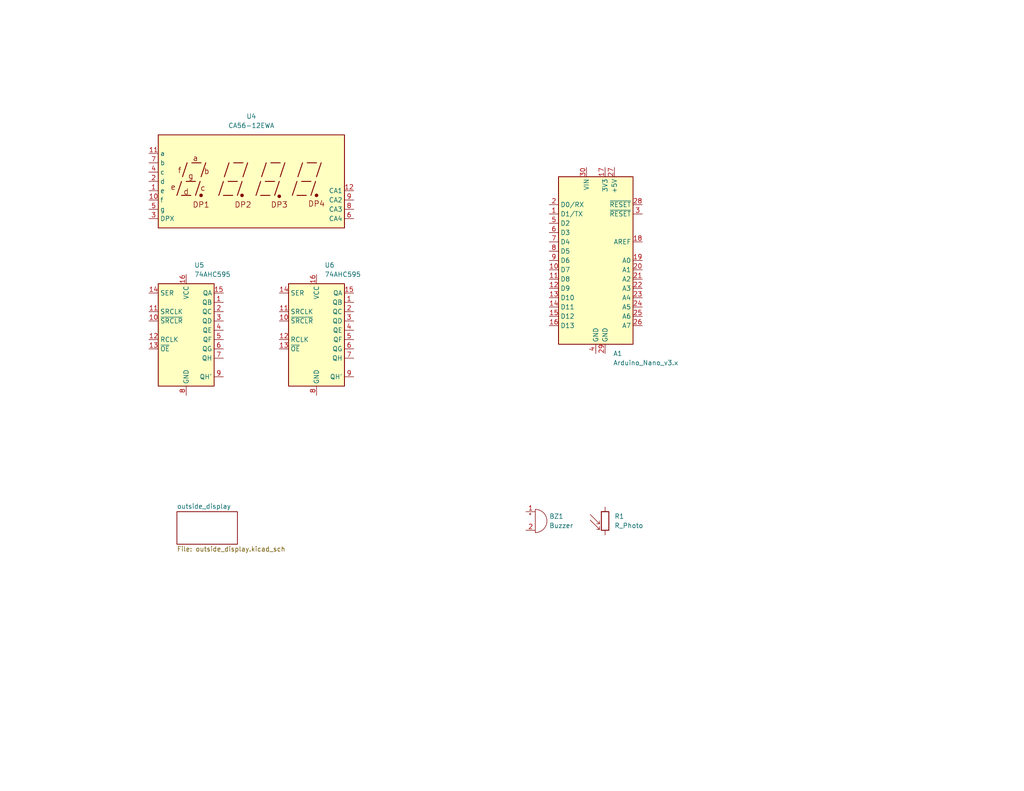
<source format=kicad_sch>
(kicad_sch (version 20231120) (generator "eeschema") (generator_version "8.0")
  (paper "USLetter")
  (title_block (title "Bathroom Timer") (date "2025-02-01") (rev "A"))
  (lib_symbols
    (symbol "74xx:74AHC595"
      (property "Reference" "U" (at -7.62 13.97 0))
      (property "Value" "74AHC595" (at -7.62 -16.51 0))
      (symbol "74AHC595_1_0"
        (pin tri_state line (at 10.16 7.62 180) (length 2.54) (name "QB") (number "1"))
        (pin input line (at -10.16 2.54 0) (length 2.54) (name "~{SRCLR}") (number "10"))
        (pin input line (at -10.16 5.08 0) (length 2.54) (name "SRCLK") (number "11"))
        (pin input line (at -10.16 -2.54 0) (length 2.54) (name "RCLK") (number "12"))
        (pin input line (at -10.16 -5.08 0) (length 2.54) (name "~{OE}") (number "13"))
        (pin input line (at -10.16 10.16 0) (length 2.54) (name "SER") (number "14"))
        (pin tri_state line (at 10.16 10.16 180) (length 2.54) (name "QA") (number "15"))
        (pin power_in line (at 0 15.24 270) (length 2.54) (name "VCC") (number "16"))
        (pin tri_state line (at 10.16 5.08 180) (length 2.54) (name "QC") (number "2"))
        (pin tri_state line (at 10.16 2.54 180) (length 2.54) (name "QD") (number "3"))
        (pin tri_state line (at 10.16 0 180) (length 2.54) (name "QE") (number "4"))
        (pin tri_state line (at 10.16 -2.54 180) (length 2.54) (name "QF") (number "5"))
        (pin tri_state line (at 10.16 -5.08 180) (length 2.54) (name "QG") (number "6"))
        (pin tri_state line (at 10.16 -7.62 180) (length 2.54) (name "QH") (number "7"))
        (pin power_in line (at 0 -17.78 90) (length 2.54) (name "GND") (number "8"))
        (pin output line (at 10.16 -12.7 180) (length 2.54) (name "QH'") (number "9"))
      )
      (symbol "74AHC595_1_1"
        (rectangle (start -7.62 12.7) (end 7.62 -15.24) (stroke (width 0.254)) (fill (type background)))
      )
    )
    (symbol "Device:Buzzer" (pin_names (offset 0.0254) hide)
      (property "Reference" "BZ" (at 3.81 1.27 0))
      (property "Value" "Buzzer" (at 3.81 -1.27 0))
      (symbol "Buzzer_0_1"
        (arc (start 0 -3.175) (mid 3.1612 0) (end 0 3.175))
        (polyline (pts (xy -1.651 1.905) (xy -1.143 1.905)))
        (polyline (pts (xy -1.397 2.159) (xy -1.397 1.651)))
        (polyline (pts (xy 0 3.175) (xy 0 -3.175)))
      )
      (symbol "Buzzer_1_1"
        (pin passive line (at -2.54 2.54 0) (length 2.54) (name "+") (number "1"))
        (pin passive line (at -2.54 -2.54 0) (length 2.54) (name "-") (number "2"))
      )
    )
    (symbol "Device:R_Photo" (pin_numbers hide) (pin_names (offset 0))
      (property "Reference" "R" (at 1.27 1.27 0))
      (property "Value" "R_Photo" (at 1.27 0 0))
      (symbol "R_Photo_0_1"
        (rectangle (start -1.016 2.54) (end 1.016 -2.54) (stroke (width 0.254)))
        (polyline (pts (xy -1.524 -2.286) (xy -4.064 0.254)))
        (polyline (pts (xy -1.524 -2.286) (xy -2.286 -2.286)))
        (polyline (pts (xy -1.524 -2.286) (xy -1.524 -1.524)))
        (polyline (pts (xy -1.524 -0.762) (xy -4.064 1.778)))
        (polyline (pts (xy -1.524 -0.762) (xy -2.286 -0.762)))
        (polyline (pts (xy -1.524 -0.762) (xy -1.524 0)))
      )
      (symbol "R_Photo_1_1"
        (pin passive line (at 0 3.81 270) (length 1.27) (name "~") (number "1"))
        (pin passive line (at 0 -3.81 90) (length 1.27) (name "~") (number "2"))
      )
    )
    (symbol "Display_Character:CA56-12EWA"
      (property "Reference" "U" (at -24.13 13.97 0))
      (property "Value" "CA56-12EWA" (at 19.05 13.97 0))
      (symbol "CA56-12EWA_0_0"
        (rectangle (start -25.4 12.7) (end 25.4 -12.7) (stroke (width 0.254)) (fill (type background)))
        (polyline (pts (xy -20.32 -3.81) (xy -19.05 0)) (stroke (width 0.254)))
        (polyline (pts (xy -19.05 -3.81) (xy -16.51 -3.81)) (stroke (width 0.254)))
        (polyline (pts (xy -18.796 1.27) (xy -17.526 5.08)) (stroke (width 0.254)))
        (polyline (pts (xy -17.78 0) (xy -15.24 0)) (stroke (width 0.254)))
        (polyline (pts (xy -16.256 5.08) (xy -13.716 5.08)) (stroke (width 0.254)))
        (polyline (pts (xy -15.24 -3.81) (xy -13.97 0)) (stroke (width 0.254)))
        (polyline (pts (xy -13.716 1.27) (xy -12.446 5.08)) (stroke (width 0.254)))
        (polyline (pts (xy -8.89 -3.81) (xy -7.62 0)) (stroke (width 0.254)))
        (polyline (pts (xy -7.62 -3.81) (xy -5.08 -3.81)) (stroke (width 0.254)))
        (polyline (pts (xy -7.366 1.27) (xy -6.096 5.08)) (stroke (width 0.254)))
        (polyline (pts (xy -6.35 0) (xy -3.81 0)) (stroke (width 0.254)))
        (polyline (pts (xy -4.826 5.08) (xy -2.286 5.08)) (stroke (width 0.254)))
        (polyline (pts (xy -3.81 -3.81) (xy -2.54 0)) (stroke (width 0.254)))
        (polyline (pts (xy -2.286 1.27) (xy -1.016 5.08)) (stroke (width 0.254)))
        (polyline (pts (xy 1.27 -3.81) (xy 2.54 0)) (stroke (width 0.254)))
        (polyline (pts (xy 2.54 -3.81) (xy 5.08 -3.81)) (stroke (width 0.254)))
        (polyline (pts (xy 2.794 1.27) (xy 4.064 5.08)) (stroke (width 0.254)))
        (polyline (pts (xy 3.81 0) (xy 6.35 0)) (stroke (width 0.254)))
        (polyline (pts (xy 5.334 5.08) (xy 7.874 5.08)) (stroke (width 0.254)))
        (polyline (pts (xy 6.35 -3.81) (xy 7.62 0)) (stroke (width 0.254)))
        (polyline (pts (xy 7.874 1.27) (xy 9.144 5.08)) (stroke (width 0.254)))
        (polyline (pts (xy 11.176 -3.81) (xy 12.446 0)) (stroke (width 0.254)))
        (polyline (pts (xy 12.446 -3.81) (xy 14.986 -3.81)) (stroke (width 0.254)))
        (polyline (pts (xy 12.7 1.27) (xy 13.97 5.08)) (stroke (width 0.254)))
        (polyline (pts (xy 13.716 0) (xy 16.256 0)) (stroke (width 0.254)))
        (polyline (pts (xy 15.24 5.08) (xy 17.78 5.08)) (stroke (width 0.254)))
        (polyline (pts (xy 16.256 -3.81) (xy 17.526 0)) (stroke (width 0.254)))
        (polyline (pts (xy 17.78 1.27) (xy 19.05 5.08)) (stroke (width 0.254)))
        (text "a" (at -15.24 6.35 0) (effects (font (size 1.524 1.524))))
        (text "b" (at -12.192 2.794 0) (effects (font (size 1.524 1.524))))
        (text "c" (at -13.208 -1.778 0) (effects (font (size 1.524 1.524))))
        (text "d" (at -17.78 -2.794 0) (effects (font (size 1.524 1.524))))
        (text "DP1" (at -13.716 -6.35 0) (effects (font (size 1.524 1.524))))
        (text "DP2" (at -2.286 -6.35 0) (effects (font (size 1.524 1.524))))
        (text "DP3" (at 7.62 -6.35 0) (effects (font (size 1.524 1.524))))
        (text "DP4" (at 17.78 -6.096 0) (effects (font (size 1.524 1.524))))
        (text "e" (at -21.336 -1.524 0) (effects (font (size 1.524 1.524))))
        (text "f" (at -19.558 3.048 0) (effects (font (size 1.524 1.524))))
        (text "g" (at -16.51 1.524 0) (effects (font (size 1.524 1.524))))
      )
      (symbol "CA56-12EWA_0_1"
        (circle (center -13.716 -3.81) (radius 0.3556) (stroke (width 0.254)) (fill (type outline)))
        (circle (center -2.54 -3.81) (radius 0.3556) (stroke (width 0.254)) (fill (type outline)))
      )
      (symbol "CA56-12EWA_1_0"
        (circle (center 7.62 -4.064) (radius 0.3556) (stroke (width 0.254)) (fill (type outline)))
        (circle (center 17.78 -3.81) (radius 0.3556) (stroke (width 0.254)) (fill (type outline)))
      )
      (symbol "CA56-12EWA_1_1"
        (pin input line (at -27.94 -2.54 0) (length 2.54) (name "e") (number "1"))
        (pin input line (at -27.94 -5.08 0) (length 2.54) (name "f") (number "10"))
        (pin input line (at -27.94 7.62 0) (length 2.54) (name "a") (number "11"))
        (pin input line (at 27.94 -2.54 180) (length 2.54) (name "CA1") (number "12"))
        (pin input line (at -27.94 0 0) (length 2.54) (name "d") (number "2"))
        (pin input line (at -27.94 -10.16 0) (length 2.54) (name "DPX") (number "3"))
        (pin input line (at -27.94 2.54 0) (length 2.54) (name "c") (number "4"))
        (pin input line (at -27.94 -7.62 0) (length 2.54) (name "g") (number "5"))
        (pin input line (at 27.94 -10.16 180) (length 2.54) (name "CA4") (number "6"))
        (pin input line (at -27.94 5.08 0) (length 2.54) (name "b") (number "7"))
        (pin input line (at 27.94 -7.62 180) (length 2.54) (name "CA3") (number "8"))
        (pin input line (at 27.94 -5.08 180) (length 2.54) (name "CA2") (number "9"))
      )
    )
    (symbol "MCU_Module:Arduino_Nano_v3.x"
      (property "Reference" "A" (at -10.16 23.495 0))
      (property "Value" "Arduino_Nano_v3.x" (at 5.08 -24.13 0))
      (symbol "Arduino_Nano_v3.x_0_1"
        (rectangle (start -10.16 22.86) (end 10.16 -22.86) (stroke (width 0.254)) (fill (type background)))
      )
      (symbol "Arduino_Nano_v3.x_1_1"
        (pin bidirectional line (at -12.7 12.7 0) (length 2.54) (name "D1/TX") (number "1"))
        (pin bidirectional line (at -12.7 -2.54 0) (length 2.54) (name "D7") (number "10"))
        (pin bidirectional line (at -12.7 -5.08 0) (length 2.54) (name "D8") (number "11"))
        (pin bidirectional line (at -12.7 -7.62 0) (length 2.54) (name "D9") (number "12"))
        (pin bidirectional line (at -12.7 -10.16 0) (length 2.54) (name "D10") (number "13"))
        (pin bidirectional line (at -12.7 -12.7 0) (length 2.54) (name "D11") (number "14"))
        (pin bidirectional line (at -12.7 -15.24 0) (length 2.54) (name "D12") (number "15"))
        (pin bidirectional line (at -12.7 -17.78 0) (length 2.54) (name "D13") (number "16"))
        (pin power_out line (at 2.54 25.4 270) (length 2.54) (name "3V3") (number "17"))
        (pin input line (at 12.7 5.08 180) (length 2.54) (name "AREF") (number "18"))
        (pin bidirectional line (at 12.7 0 180) (length 2.54) (name "A0") (number "19"))
        (pin bidirectional line (at -12.7 15.24 0) (length 2.54) (name "D0/RX") (number "2"))
        (pin bidirectional line (at 12.7 -2.54 180) (length 2.54) (name "A1") (number "20"))
        (pin bidirectional line (at 12.7 -5.08 180) (length 2.54) (name "A2") (number "21"))
        (pin bidirectional line (at 12.7 -7.62 180) (length 2.54) (name "A3") (number "22"))
        (pin bidirectional line (at 12.7 -10.16 180) (length 2.54) (name "A4") (number "23"))
        (pin bidirectional line (at 12.7 -12.7 180) (length 2.54) (name "A5") (number "24"))
        (pin bidirectional line (at 12.7 -15.24 180) (length 2.54) (name "A6") (number "25"))
        (pin bidirectional line (at 12.7 -17.78 180) (length 2.54) (name "A7") (number "26"))
        (pin power_out line (at 5.08 25.4 270) (length 2.54) (name "+5V") (number "27"))
        (pin input line (at 12.7 15.24 180) (length 2.54) (name "~{RESET}") (number "28"))
        (pin power_in line (at 2.54 -25.4 90) (length 2.54) (name "GND") (number "29"))
        (pin input line (at 12.7 12.7 180) (length 2.54) (name "~{RESET}") (number "3"))
        (pin power_in line (at -2.54 25.4 270) (length 2.54) (name "VIN") (number "30"))
        (pin power_in line (at 0 -25.4 90) (length 2.54) (name "GND") (number "4"))
        (pin bidirectional line (at -12.7 10.16 0) (length 2.54) (name "D2") (number "5"))
        (pin bidirectional line (at -12.7 7.62 0) (length 2.54) (name "D3") (number "6"))
        (pin bidirectional line (at -12.7 5.08 0) (length 2.54) (name "D4") (number "7"))
        (pin bidirectional line (at -12.7 2.54 0) (length 2.54) (name "D5") (number "8"))
        (pin bidirectional line (at -12.7 0 0) (length 2.54) (name "D6") (number "9"))
      )
    )
  )
  (symbol (lib_id "74xx:74AHC595") (at 86.36 90.17 0) (unit 1)
    (property "Reference" "U6" (at 88.5541 72.39 0) (effects (justify left)))
    (property "Value" "74AHC595" (at 88.5541 74.93 0) (effects (justify left)))
    (property "Datasheet" "https://assets.nexperia.com/documents/data-sheet/74AHC_AHCT595.pdf" (effects (hide yes)))
    (property "Description" "8-bit serial in/out Shift Register 3-State Outputs" (effects (hide yes)))
  )
  (symbol (lib_id "Device:R_Photo") (at 165.1 142.24 0) (unit 1)
    (property "Reference" "R1" (at 167.64 140.9699 0) (effects (justify left)))
    (property "Value" "R_Photo" (at 167.64 143.5099 0) (effects (justify left)))
    (property "Description" "Photoresistor" (effects (hide yes)))
  )
  (symbol (lib_id "Display_Character:CA56-12EWA") (at 68.58 49.53 0) (unit 1)
    (property "Reference" "U4" (at 68.58 31.75 0))
    (property "Value" "CA56-12EWA" (at 68.58 34.29 0))
    (property "Footprint" "Display_7Segment:CA56-12EWA" (effects (hide yes)))
    (property "Datasheet" "http://www.kingbrightusa.com/images/catalog/SPEC/CA56-12EWA.pdf" (effects (hide yes)))
    (property "Description" "4 digit 7 segment high efficiency red LED, common anode" (effects (hide yes)))
  )
  (symbol (lib_id "MCU_Module:Arduino_Nano_v3.x") (at 162.56 71.12 0) (unit 1)
    (property "Reference" "A1" (at 167.2941 96.52 0) (effects (justify left)))
    (property "Value" "Arduino_Nano_v3.x" (at 167.2941 99.06 0) (effects (justify left)))
    (property "Footprint" "Module:Arduino_Nano" (effects (hide yes)))
    (property "Datasheet" "http://www.mouser.com/pdfdocs/Gravitech_Arduino_Nano3_0.pdf" (effects (hide yes)))
    (property "Description" "Arduino Nano v3.x" (effects (hide yes)))
  )
  (symbol (lib_id "Device:Buzzer") (at 146.05 142.24 0) (unit 1)
    (property "Reference" "BZ1" (at 149.86 140.9699 0) (effects (justify left)))
    (property "Value" "Buzzer" (at 149.86 143.5099 0) (effects (justify left)))
    (property "Description" "Buzzer, polarized" (effects (hide yes)))
  )
  (symbol (lib_id "74xx:74AHC595") (at 50.8 90.17 0) (unit 1)
    (property "Reference" "U5" (at 52.9941 72.39 0) (effects (justify left)))
    (property "Value" "74AHC595" (at 52.9941 74.93 0) (effects (justify left)))
    (property "Datasheet" "https://assets.nexperia.com/documents/data-sheet/74AHC_AHCT595.pdf" (effects (hide yes)))
    (property "Description" "8-bit serial in/out Shift Register 3-State Outputs" (effects (hide yes)))
  )
  (sheet (at 48.26 139.7) (size 16.51 8.89) (stroke (width 0.1524))
    (property "Sheetname" "outside_display" (at 48.26 138.9884 0) (effects (justify left bottom)))
    (property "Sheetfile" "outside_display.kicad_sch" (at 48.26 149.1746 0) (effects (justify left top)))
  )
)
</source>
